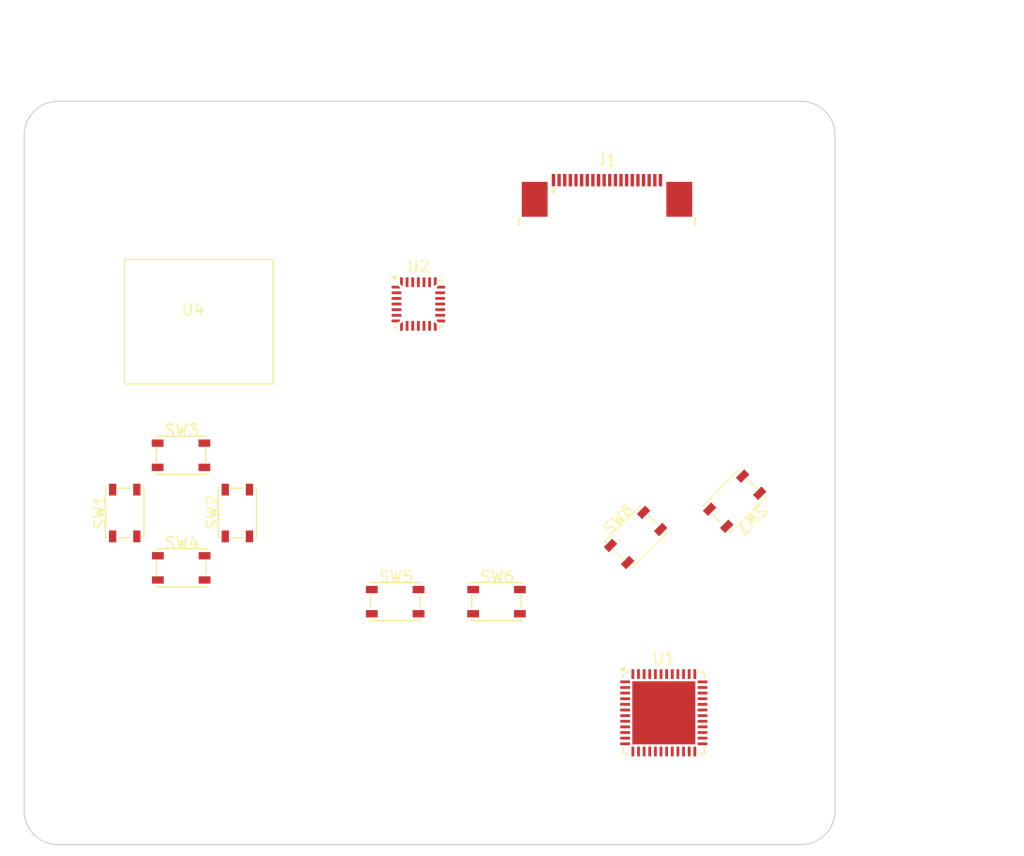
<source format=kicad_pcb>
(kicad_pcb (version 20240108) (generator "pcbnew") (generator_version "8.0")
  (layers (0 "F.Cu" signal) (31 "B.Cu" signal) (34 "B.Paste" user) (35 "F.Paste" user) (36 "B.SilkS" user "B.Silkscreen") (37 "F.SilkS" user "F.Silkscreen") (38 "B.Mask" user) (39 "F.Mask" user) (44 "Edge.Cuts" user))
  (net 0 "")
  (footprint "my_footprint:KEY-SMD_4P-L4.2-W3.4-P2.15-LS4.5-TL" (layer "F.Cu") (at 189.383403 97.7387 45)
    (property "Reference" "SW8" (at 0 -2.286 45) (layer "F.SilkS"))
    (property "Value" "SW_Push")
    (fp_line (start -2.256 -1.772) (end -2.255999 -1.652) (stroke (width 0.12)) (layer "F.SilkS"))
    (fp_line (start -2.255999 -0.642) (end -2.256 0.498) (stroke (width 0.12)) (layer "F.SilkS"))
    (fp_line (start -2.256 1.508) (end -2.256 1.628) (stroke (width 0.12)) (layer "F.SilkS"))
    (fp_line (start -2.256 1.628) (end 2.144 1.628) (stroke (width 0.12)) (layer "F.SilkS"))
    (fp_line (start 2.144 -1.772) (end -2.256 -1.772) (stroke (width 0.12)) (layer "F.SilkS"))
    (fp_line (start 2.144 -1.651999) (end 2.144 -1.772) (stroke (width 0.12)) (layer "F.SilkS"))
    (fp_line (start 2.144 0.498) (end 2.143999 -0.642) (stroke (width 0.12)) (layer "F.SilkS"))
    (fp_line (start 2.144 1.628) (end 2.144 1.508) (stroke (width 0.12)) (layer "F.SilkS"))
    (pad "1" smd rect (at -2.131 -1.147 45) (size 1.05 0.65) (layers "F.Cu" "F.Paste" "F.Mask"))
    (pad "1" smd rect (at 2.019 -1.147 45) (size 1.05 0.65) (layers "F.Cu" "F.Paste" "F.Mask"))
    (pad "2" smd rect (at -2.131 1.003001 45) (size 1.05 0.65) (layers "F.Cu" "F.Paste" "F.Mask"))
    (pad "2" smd rect (at 2.019 1.003001 45) (size 1.05 0.65) (layers "F.Cu" "F.Paste" "F.Mask"))
  )
  (footprint "my_footprint:ns_joystick" (layer "F.Cu") (at 150 78)
    (property "Reference" "U4" (at 0 -0.5 0) (layer "F.SilkS"))
    (property "Value" "~")
    (fp_rect (start -6.096 -4.953) (end 7.112 6.096) (stroke (width 0.12)) (fill none) (layer "F.SilkS"))
  )
  (footprint "MountingHole:MountingHole_2.2mm_M2" (layer "F.Cu") (at 204 62)
    (property "Reference" "H2" (hide yes))
    (property "Value" "MountingHole")
    (pad "" np_thru_hole circle (at 0 0) (size 2.2 2.2) (drill 2.2) (layers "*.Cu" "*.Mask"))
  )
  (footprint "my_footprint:KEY-SMD_4P-L4.2-W3.4-P2.15-LS4.5-TL" (layer "F.Cu") (at 168 103.5)
    (property "Reference" "SW5" (at 0 -2.286 0) (layer "F.SilkS"))
    (property "Value" "SW_Push")
    (fp_line (start -2.256 -1.772) (end -2.256 -1.652) (stroke (width 0.12)) (layer "F.SilkS"))
    (fp_line (start -2.256 -0.642) (end -2.256 0.498) (stroke (width 0.12)) (layer "F.SilkS"))
    (fp_line (start -2.256 1.508) (end -2.256 1.628) (stroke (width 0.12)) (layer "F.SilkS"))
    (fp_line (start -2.256 1.628) (end 2.144 1.628) (stroke (width 0.12)) (layer "F.SilkS"))
    (fp_line (start 2.144 -1.772) (end -2.256 -1.772) (stroke (width 0.12)) (layer "F.SilkS"))
    (fp_line (start 2.144 -1.652) (end 2.144 -1.772) (stroke (width 0.12)) (layer "F.SilkS"))
    (fp_line (start 2.144 0.498) (end 2.144 -0.642) (stroke (width 0.12)) (layer "F.SilkS"))
    (fp_line (start 2.144 1.628) (end 2.144 1.508) (stroke (width 0.12)) (layer "F.SilkS"))
    (pad "1" smd rect (at -2.131 -1.147) (size 1.05 0.65) (layers "F.Cu" "F.Paste" "F.Mask"))
    (pad "1" smd rect (at 2.019 -1.147) (size 1.05 0.65) (layers "F.Cu" "F.Paste" "F.Mask"))
    (pad "2" smd rect (at -2.131 1.003) (size 1.05 0.65) (layers "F.Cu" "F.Paste" "F.Mask"))
    (pad "2" smd rect (at 2.019 1.003) (size 1.05 0.65) (layers "F.Cu" "F.Paste" "F.Mask"))
  )
  (footprint "my_footprint:KEY-SMD_4P-L4.2-W3.4-P2.15-LS4.5-TL" (layer "F.Cu") (at 177 103.5)
    (property "Reference" "SW6" (at 0 -2.286 0) (layer "F.SilkS"))
    (property "Value" "SW_Push")
    (fp_line (start -2.256 -1.772) (end -2.256 -1.652) (stroke (width 0.12)) (layer "F.SilkS"))
    (fp_line (start -2.256 -0.642) (end -2.256 0.498) (stroke (width 0.12)) (layer "F.SilkS"))
    (fp_line (start -2.256 1.508) (end -2.256 1.628) (stroke (width 0.12)) (layer "F.SilkS"))
    (fp_line (start -2.256 1.628) (end 2.144 1.628) (stroke (width 0.12)) (layer "F.SilkS"))
    (fp_line (start 2.144 -1.772) (end -2.256 -1.772) (stroke (width 0.12)) (layer "F.SilkS"))
    (fp_line (start 2.144 -1.652) (end 2.144 -1.772) (stroke (width 0.12)) (layer "F.SilkS"))
    (fp_line (start 2.144 0.498) (end 2.144 -0.642) (stroke (width 0.12)) (layer "F.SilkS"))
    (fp_line (start 2.144 1.628) (end 2.144 1.508) (stroke (width 0.12)) (layer "F.SilkS"))
    (pad "1" smd rect (at -2.131 -1.147) (size 1.05 0.65) (layers "F.Cu" "F.Paste" "F.Mask"))
    (pad "1" smd rect (at 2.019 -1.147) (size 1.05 0.65) (layers "F.Cu" "F.Paste" "F.Mask"))
    (pad "2" smd rect (at -2.131 1.003) (size 1.05 0.65) (layers "F.Cu" "F.Paste" "F.Mask"))
    (pad "2" smd rect (at 2.019 1.003) (size 1.05 0.65) (layers "F.Cu" "F.Paste" "F.Mask"))
  )
  (footprint "MountingHole:MountingHole_2.2mm_M2" (layer "F.Cu") (at 138 122)
    (property "Reference" "H3" (hide yes))
    (property "Value" "MountingHole")
    (pad "" np_thru_hole circle (at 0 0) (size 2.2 2.2) (drill 2.2) (layers "*.Cu" "*.Mask"))
  )
  (footprint "my_footprint:KEY-SMD_4P-L4.2-W3.4-P2.15-LS4.5-TL" (layer "F.Cu") (at 148.981 90.5)
    (property "Reference" "SW3" (at 0 -2.286 0) (layer "F.SilkS"))
    (property "Value" "SW_Push")
    (fp_line (start -2.256 -1.772) (end -2.256 -1.652) (stroke (width 0.12)) (layer "F.SilkS"))
    (fp_line (start -2.256 -0.642) (end -2.256 0.498) (stroke (width 0.12)) (layer "F.SilkS"))
    (fp_line (start -2.256 1.508) (end -2.256 1.628) (stroke (width 0.12)) (layer "F.SilkS"))
    (fp_line (start -2.256 1.628) (end 2.144 1.628) (stroke (width 0.12)) (layer "F.SilkS"))
    (fp_line (start 2.144 -1.772) (end -2.256 -1.772) (stroke (width 0.12)) (layer "F.SilkS"))
    (fp_line (start 2.144 -1.652) (end 2.144 -1.772) (stroke (width 0.12)) (layer "F.SilkS"))
    (fp_line (start 2.144 0.498) (end 2.144 -0.642) (stroke (width 0.12)) (layer "F.SilkS"))
    (fp_line (start 2.144 1.628) (end 2.144 1.508) (stroke (width 0.12)) (layer "F.SilkS"))
    (pad "1" smd rect (at -2.131 -1.147) (size 1.05 0.65) (layers "F.Cu" "F.Paste" "F.Mask"))
    (pad "1" smd rect (at 2.019 -1.147) (size 1.05 0.65) (layers "F.Cu" "F.Paste" "F.Mask"))
    (pad "2" smd rect (at -2.131 1.003) (size 1.05 0.65) (layers "F.Cu" "F.Paste" "F.Mask"))
    (pad "2" smd rect (at 2.019 1.003) (size 1.05 0.65) (layers "F.Cu" "F.Paste" "F.Mask"))
  )
  (footprint "Package_DFN_QFN:QFN-48-1EP_7x7mm_P0.5mm_EP5.6x5.6mm" (layer "F.Cu") (at 191.8 113.3)
    (property "Reference" "U1" (at 0 -4.83 0) (layer "F.SilkS"))
    (property "Value" "STM32G431CBUx")
    (fp_line (start -3.61 -3.135) (end -3.61 -3.37) (stroke (width 0.12)) (layer "F.SilkS"))
    (fp_line (start -3.61 3.61) (end -3.61 3.135) (stroke (width 0.12)) (layer "F.SilkS"))
    (fp_line (start -3.135 -3.61) (end -3.31 -3.61) (stroke (width 0.12)) (layer "F.SilkS"))
    (fp_line (start -3.135 3.61) (end -3.61 3.61) (stroke (width 0.12)) (layer "F.SilkS"))
    (fp_line (start 3.135 -3.61) (end 3.61 -3.61) (stroke (width 0.12)) (layer "F.SilkS"))
    (fp_line (start 3.135 3.61) (end 3.61 3.61) (stroke (width 0.12)) (layer "F.SilkS"))
    (fp_line (start 3.61 -3.61) (end 3.61 -3.135) (stroke (width 0.12)) (layer "F.SilkS"))
    (fp_line (start 3.61 3.61) (end 3.61 3.135) (stroke (width 0.12)) (layer "F.SilkS"))
    (fp_poly (pts (xy -3.61 -3.61) (xy -3.85 -3.94) (xy -3.37 -3.94) (xy -3.61 -3.61)) (stroke (width 0.12)) (fill solid) (layer "F.SilkS"))
    (pad "1" smd roundrect (at -3.4375 -2.75) (size 0.875 0.25) (layers "F.Cu" "F.Paste" "F.Mask"))
    (pad "2" smd roundrect (at -3.4375 -2.25) (size 0.875 0.25) (layers "F.Cu" "F.Paste" "F.Mask"))
    (pad "3" smd roundrect (at -3.4375 -1.75) (size 0.875 0.25) (layers "F.Cu" "F.Paste" "F.Mask"))
    (pad "4" smd roundrect (at -3.4375 -1.25) (size 0.875 0.25) (layers "F.Cu" "F.Paste" "F.Mask"))
    (pad "5" smd roundrect (at -3.4375 -0.75) (size 0.875 0.25) (layers "F.Cu" "F.Paste" "F.Mask"))
    (pad "6" smd roundrect (at -3.4375 -0.25) (size 0.875 0.25) (layers "F.Cu" "F.Paste" "F.Mask"))
    (pad "7" smd roundrect (at -3.4375 0.25) (size 0.875 0.25) (layers "F.Cu" "F.Paste" "F.Mask"))
    (pad "8" smd roundrect (at -3.4375 0.75) (size 0.875 0.25) (layers "F.Cu" "F.Paste" "F.Mask"))
    (pad "9" smd roundrect (at -3.4375 1.25) (size 0.875 0.25) (layers "F.Cu" "F.Paste" "F.Mask"))
    (pad "10" smd roundrect (at -3.4375 1.75) (size 0.875 0.25) (layers "F.Cu" "F.Paste" "F.Mask"))
    (pad "11" smd roundrect (at -3.4375 2.25) (size 0.875 0.25) (layers "F.Cu" "F.Paste" "F.Mask"))
    (pad "12" smd roundrect (at -3.4375 2.75) (size 0.875 0.25) (layers "F.Cu" "F.Paste" "F.Mask"))
    (pad "13" smd roundrect (at -2.75 3.4375) (size 0.25 0.875) (layers "F.Cu" "F.Paste" "F.Mask"))
    (pad "14" smd roundrect (at -2.25 3.4375) (size 0.25 0.875) (layers "F.Cu" "F.Paste" "F.Mask"))
    (pad "15" smd roundrect (at -1.75 3.4375) (size 0.25 0.875) (layers "F.Cu" "F.Paste" "F.Mask"))
    (pad "16" smd roundrect (at -1.25 3.4375) (size 0.25 0.875) (layers "F.Cu" "F.Paste" "F.Mask"))
    (pad "17" smd roundrect (at -0.75 3.4375) (size 0.25 0.875) (layers "F.Cu" "F.Paste" "F.Mask"))
    (pad "18" smd roundrect (at -0.25 3.4375) (size 0.25 0.875) (layers "F.Cu" "F.Paste" "F.Mask"))
    (pad "19" smd roundrect (at 0.25 3.4375) (size 0.25 0.875) (layers "F.Cu" "F.Paste" "F.Mask"))
    (pad "20" smd roundrect (at 0.75 3.4375) (size 0.25 0.875) (layers "F.Cu" "F.Paste" "F.Mask"))
    (pad "21" smd roundrect (at 1.25 3.4375) (size 0.25 0.875) (layers "F.Cu" "F.Paste" "F.Mask"))
    (pad "22" smd roundrect (at 1.75 3.4375) (size 0.25 0.875) (layers "F.Cu" "F.Paste" "F.Mask"))
    (pad "23" smd roundrect (at 2.25 3.4375) (size 0.25 0.875) (layers "F.Cu" "F.Paste" "F.Mask"))
    (pad "24" smd roundrect (at 2.75 3.4375) (size 0.25 0.875) (layers "F.Cu" "F.Paste" "F.Mask"))
    (pad "25" smd roundrect (at 3.4375 2.75) (size 0.875 0.25) (layers "F.Cu" "F.Paste" "F.Mask"))
    (pad "26" smd roundrect (at 3.4375 2.25) (size 0.875 0.25) (layers "F.Cu" "F.Paste" "F.Mask"))
    (pad "27" smd roundrect (at 3.4375 1.75) (size 0.875 0.25) (layers "F.Cu" "F.Paste" "F.Mask"))
    (pad "28" smd roundrect (at 3.4375 1.25) (size 0.875 0.25) (layers "F.Cu" "F.Paste" "F.Mask"))
    (pad "29" smd roundrect (at 3.4375 0.75) (size 0.875 0.25) (layers "F.Cu" "F.Paste" "F.Mask"))
    (pad "30" smd roundrect (at 3.4375 0.25) (size 0.875 0.25) (layers "F.Cu" "F.Paste" "F.Mask"))
    (pad "31" smd roundrect (at 3.4375 -0.25) (size 0.875 0.25) (layers "F.Cu" "F.Paste" "F.Mask"))
    (pad "32" smd roundrect (at 3.4375 -0.75) (size 0.875 0.25) (layers "F.Cu" "F.Paste" "F.Mask"))
    (pad "33" smd roundrect (at 3.4375 -1.25) (size 0.875 0.25) (layers "F.Cu" "F.Paste" "F.Mask"))
    (pad "34" smd roundrect (at 3.4375 -1.75) (size 0.875 0.25) (layers "F.Cu" "F.Paste" "F.Mask"))
    (pad "35" smd roundrect (at 3.4375 -2.25) (size 0.875 0.25) (layers "F.Cu" "F.Paste" "F.Mask"))
    (pad "36" smd roundrect (at 3.4375 -2.75) (size 0.875 0.25) (layers "F.Cu" "F.Paste" "F.Mask"))
    (pad "37" smd roundrect (at 2.75 -3.4375) (size 0.25 0.875) (layers "F.Cu" "F.Paste" "F.Mask"))
    (pad "38" smd roundrect (at 2.25 -3.4375) (size 0.25 0.875) (layers "F.Cu" "F.Paste" "F.Mask"))
    (pad "39" smd roundrect (at 1.75 -3.4375) (size 0.25 0.875) (layers "F.Cu" "F.Paste" "F.Mask"))
    (pad "40" smd roundrect (at 1.25 -3.4375) (size 0.25 0.875) (layers "F.Cu" "F.Paste" "F.Mask"))
    (pad "41" smd roundrect (at 0.75 -3.4375) (size 0.25 0.875) (layers "F.Cu" "F.Paste" "F.Mask"))
    (pad "42" smd roundrect (at 0.25 -3.4375) (size 0.25 0.875) (layers "F.Cu" "F.Paste" "F.Mask"))
    (pad "43" smd roundrect (at -0.25 -3.4375) (size 0.25 0.875) (layers "F.Cu" "F.Paste" "F.Mask"))
    (pad "44" smd roundrect (at -0.75 -3.4375) (size 0.25 0.875) (layers "F.Cu" "F.Paste" "F.Mask"))
    (pad "45" smd roundrect (at -1.25 -3.4375) (size 0.25 0.875) (layers "F.Cu" "F.Paste" "F.Mask"))
    (pad "46" smd roundrect (at -1.75 -3.4375) (size 0.25 0.875) (layers "F.Cu" "F.Paste" "F.Mask"))
    (pad "47" smd roundrect (at -2.25 -3.4375) (size 0.25 0.875) (layers "F.Cu" "F.Paste" "F.Mask"))
    (pad "48" smd roundrect (at -2.75 -3.4375) (size 0.25 0.875) (layers "F.Cu" "F.Paste" "F.Mask"))
    (pad "49" smd rect (at 0 0) (size 5.6 5.6) (property pad_prop_heatsink) (layers "F.Cu" "F.Mask"))
  )
  (footprint "Package_DFN_QFN:QFN-28_4x4mm_P0.5mm" (layer "F.Cu") (at 170 77)
    (property "Reference" "U2" (at 0 -3.33 0) (layer "F.SilkS"))
    (property "Value" "STM32G031G8Ux")
    (fp_line (start -2.11 2.11) (end -2.11 1.885) (stroke (width 0.12)) (layer "F.SilkS"))
    (fp_line (start -1.885 2.11) (end -2.11 2.11) (stroke (width 0.12)) (layer "F.SilkS"))
    (fp_line (start 1.885 -2.11) (end 2.11 -2.11) (stroke (width 0.12)) (layer "F.SilkS"))
    (fp_line (start 1.885 2.11) (end 2.11 2.11) (stroke (width 0.12)) (layer "F.SilkS"))
    (fp_line (start 2.11 -2.11) (end 2.11 -1.885) (stroke (width 0.12)) (layer "F.SilkS"))
    (fp_line (start 2.11 2.11) (end 2.11 1.885) (stroke (width 0.12)) (layer "F.SilkS"))
    (fp_poly (pts (xy -2.13 -2.11) (xy -2.37 -2.44) (xy -1.89 -2.44) (xy -2.13 -2.11)) (stroke (width 0.12)) (fill solid) (layer "F.SilkS"))
    (pad "1" smd custom (at -1.9975 -1.5) (size 0.136863 0.136863) (layers "F.Cu" "F.Paste" "F.Mask") (options (clearance outline) (anchor circle)) (primitives (gr_poly (pts (xy -0.3325 -0.08) (xy 0.19886 -0.08) (xy 0.3325 0.05364) (xy 0.3325 0.08) (xy -0.3325 0.08)) (width 0.09) (fill yes))))
    (pad "2" smd roundrect (at -1.9375 -1) (size 0.875 0.25) (layers "F.Cu" "F.Paste" "F.Mask"))
    (pad "3" smd roundrect (at -1.9375 -0.5) (size 0.875 0.25) (layers "F.Cu" "F.Paste" "F.Mask"))
    (pad "4" smd roundrect (at -1.9375 0) (size 0.875 0.25) (layers "F.Cu" "F.Paste" "F.Mask"))
    (pad "5" smd roundrect (at -1.9375 0.5) (size 0.875 0.25) (layers "F.Cu" "F.Paste" "F.Mask"))
    (pad "6" smd roundrect (at -1.9375 1) (size 0.875 0.25) (layers "F.Cu" "F.Paste" "F.Mask"))
    (pad "7" smd custom (at -1.9975 1.5) (size 0.136863 0.136863) (layers "F.Cu" "F.Paste" "F.Mask") (options (clearance outline) (anchor circle)) (primitives (gr_poly (pts (xy -0.3325 -0.08) (xy 0.3325 -0.08) (xy 0.3325 -0.05364) (xy 0.19886 0.08) (xy -0.3325 0.08)) (width 0.09) (fill yes))))
    (pad "8" smd custom (at -1.5 1.9975) (size 0.136863 0.136863) (layers "F.Cu" "F.Paste" "F.Mask") (options (clearance outline) (anchor circle)) (primitives (gr_poly (pts (xy -0.08 -0.19886) (xy 0.05364 -0.3325) (xy 0.08 -0.3325) (xy 0.08 0.3325) (xy -0.08 0.3325)) (width 0.09) (fill yes))))
    (pad "9" smd roundrect (at -1 1.9375) (size 0.25 0.875) (layers "F.Cu" "F.Paste" "F.Mask"))
    (pad "10" smd roundrect (at -0.5 1.9375) (size 0.25 0.875) (layers "F.Cu" "F.Paste" "F.Mask"))
    (pad "11" smd roundrect (at 0 1.9375) (size 0.25 0.875) (layers "F.Cu" "F.Paste" "F.Mask"))
    (pad "12" smd roundrect (at 0.5 1.9375) (size 0.25 0.875) (layers "F.Cu" "F.Paste" "F.Mask"))
    (pad "13" smd roundrect (at 1 1.9375) (size 0.25 0.875) (layers "F.Cu" "F.Paste" "F.Mask"))
    (pad "14" smd custom (at 1.5 1.9975) (size 0.136863 0.136863) (layers "F.Cu" "F.Paste" "F.Mask") (options (clearance outline) (anchor circle)) (primitives (gr_poly (pts (xy -0.08 -0.3325) (xy -0.05364 -0.3325) (xy 0.08 -0.19886) (xy 0.08 0.3325) (xy -0.08 0.3325)) (width 0.09) (fill yes))))
    (pad "15" smd custom (at 1.9975 1.5) (size 0.136863 0.136863) (layers "F.Cu" "F.Paste" "F.Mask") (options (clearance outline) (anchor circle)) (primitives (gr_poly (pts (xy -0.3325 -0.08) (xy 0.3325 -0.08) (xy 0.3325 0.08) (xy -0.19886 0.08) (xy -0.3325 -0.05364)) (width 0.09) (fill yes))))
    (pad "16" smd roundrect (at 1.9375 1) (size 0.875 0.25) (layers "F.Cu" "F.Paste" "F.Mask"))
    (pad "17" smd roundrect (at 1.9375 0.5) (size 0.875 0.25) (layers "F.Cu" "F.Paste" "F.Mask"))
    (pad "18" smd roundrect (at 1.9375 0) (size 0.875 0.25) (layers "F.Cu" "F.Paste" "F.Mask"))
    (pad "19" smd roundrect (at 1.9375 -0.5) (size 0.875 0.25) (layers "F.Cu" "F.Paste" "F.Mask"))
    (pad "20" smd roundrect (at 1.9375 -1) (size 0.875 0.25) (layers "F.Cu" "F.Paste" "F.Mask"))
    (pad "21" smd custom (at 1.9975 -1.5) (size 0.136863 0.136863) (layers "F.Cu" "F.Paste" "F.Mask") (options (clearance outline) (anchor circle)) (primitives (gr_poly (pts (xy -0.3325 0.05364) (xy -0.19886 -0.08) (xy 0.3325 -0.08) (xy 0.3325 0.08) (xy -0.3325 0.08)) (width 0.09) (fill yes))))
    (pad "22" smd custom (at 1.5 -1.9975) (size 0.136863 0.136863) (layers "F.Cu" "F.Paste" "F.Mask") (options (clearance outline) (anchor circle)) (primitives (gr_poly (pts (xy -0.08 -0.3325) (xy 0.08 -0.3325) (xy 0.08 0.19886) (xy -0.05364 0.3325) (xy -0.08 0.3325)) (width 0.09) (fill yes))))
    (pad "23" smd roundrect (at 1 -1.9375) (size 0.25 0.875) (layers "F.Cu" "F.Paste" "F.Mask"))
    (pad "24" smd roundrect (at 0.5 -1.9375) (size 0.25 0.875) (layers "F.Cu" "F.Paste" "F.Mask"))
    (pad "25" smd roundrect (at 0 -1.9375) (size 0.25 0.875) (layers "F.Cu" "F.Paste" "F.Mask"))
    (pad "26" smd roundrect (at -0.5 -1.9375) (size 0.25 0.875) (layers "F.Cu" "F.Paste" "F.Mask"))
    (pad "27" smd roundrect (at -1 -1.9375) (size 0.25 0.875) (layers "F.Cu" "F.Paste" "F.Mask"))
    (pad "28" smd custom (at -1.5 -1.9975) (size 0.136863 0.136863) (layers "F.Cu" "F.Paste" "F.Mask") (options (clearance outline) (anchor circle)) (primitives (gr_poly (pts (xy -0.08 -0.3325) (xy 0.08 -0.3325) (xy 0.08 0.3325) (xy 0.05364 0.3325) (xy -0.08 0.19886)) (width 0.09) (fill yes))))
  )
  (footprint "my_footprint:KEY-SMD_4P-L4.2-W3.4-P2.15-LS4.5-TL" (layer "F.Cu") (at 154 95.5 90)
    (property "Reference" "SW2" (at 0 -2.286 90) (layer "F.SilkS"))
    (property "Value" "SW_Push")
    (fp_line (start 2.144 -1.772) (end -2.256 -1.772) (stroke (width 0.12)) (layer "F.SilkS"))
    (fp_line (start -2.256 -1.772) (end -2.256 -1.652) (stroke (width 0.12)) (layer "F.SilkS"))
    (fp_line (start 2.144 -1.652) (end 2.144 -1.772) (stroke (width 0.12)) (layer "F.SilkS"))
    (fp_line (start -2.256 -0.642) (end -2.256 0.498) (stroke (width 0.12)) (layer "F.SilkS"))
    (fp_line (start 2.144 0.498) (end 2.144 -0.642) (stroke (width 0.12)) (layer "F.SilkS"))
    (fp_line (start -2.256 1.508) (end -2.256 1.628) (stroke (width 0.12)) (layer "F.SilkS"))
    (fp_line (start 2.144 1.628) (end 2.144 1.508) (stroke (width 0.12)) (layer "F.SilkS"))
    (fp_line (start -2.256 1.628) (end 2.144 1.628) (stroke (width 0.12)) (layer "F.SilkS"))
    (pad "1" smd rect (at -2.131 -1.147 90) (size 1.05 0.65) (layers "F.Cu" "F.Paste" "F.Mask"))
    (pad "1" smd rect (at 2.019 -1.147 90) (size 1.05 0.65) (layers "F.Cu" "F.Paste" "F.Mask"))
    (pad "2" smd rect (at -2.131 1.003 90) (size 1.05 0.65) (layers "F.Cu" "F.Paste" "F.Mask"))
    (pad "2" smd rect (at 2.019 1.003 90) (size 1.05 0.65) (layers "F.Cu" "F.Paste" "F.Mask"))
  )
  (footprint "MountingHole:MountingHole_2.2mm_M2" (layer "F.Cu") (at 138 62)
    (property "Reference" "H1" (hide yes))
    (property "Value" "MountingHole")
    (pad "" np_thru_hole circle (at 0 0) (size 2.2 2.2) (drill 2.2) (layers "*.Cu" "*.Mask"))
  )
  (footprint "Connector_FFC-FPC:TE_2-1734839-0_1x20-1MP_P0.5mm_Horizontal" (layer "F.Cu") (at 186.75 67.35)
    (property "Reference" "J1" (at 0 -3.1 0) (layer "F.SilkS"))
    (property "Value" "Conn_01x20_MountingPin")
    (fp_line (start -7.825 2.04) (end -7.825 2.64) (stroke (width 0.12)) (layer "F.SilkS"))
    (fp_line (start -7.715 2.04) (end -7.825 2.04) (stroke (width 0.12)) (layer "F.SilkS"))
    (fp_line (start -4.95 -0.55) (end -4.75 -0.15) (stroke (width 0.12)) (layer "F.SilkS"))
    (fp_line (start -4.75 -0.15) (end -4.55 -0.55) (stroke (width 0.12)) (layer "F.SilkS"))
    (fp_line (start -4.55 -0.55) (end -4.95 -0.55) (stroke (width 0.12)) (layer "F.SilkS"))
    (fp_line (start 7.715 2.04) (end 7.825 2.04) (stroke (width 0.12)) (layer "F.SilkS"))
    (fp_line (start 7.825 2.04) (end 7.825 2.64) (stroke (width 0.12)) (layer "F.SilkS"))
    (pad "1" smd rect (at -4.75 -1.35) (size 0.3 1.1) (layers "F.Cu" "F.Paste" "F.Mask"))
    (pad "2" smd rect (at -4.25 -1.35) (size 0.3 1.1) (layers "F.Cu" "F.Paste" "F.Mask"))
    (pad "3" smd rect (at -3.75 -1.35) (size 0.3 1.1) (layers "F.Cu" "F.Paste" "F.Mask"))
    (pad "4" smd rect (at -3.25 -1.35) (size 0.3 1.1) (layers "F.Cu" "F.Paste" "F.Mask"))
    (pad "5" smd rect (at -2.75 -1.35) (size 0.3 1.1) (layers "F.Cu" "F.Paste" "F.Mask"))
    (pad "6" smd rect (at -2.25 -1.35) (size 0.3 1.1) (layers "F.Cu" "F.Paste" "F.Mask"))
    (pad "7" smd rect (at -1.75 -1.35) (size 0.3 1.1) (layers "F.Cu" "F.Paste" "F.Mask"))
    (pad "8" smd rect (at -1.25 -1.35) (size 0.3 1.1) (layers "F.Cu" "F.Paste" "F.Mask"))
    (pad "9" smd rect (at -0.75 -1.35) (size 0.3 1.1) (layers "F.Cu" "F.Paste" "F.Mask"))
    (pad "10" smd rect (at -0.25 -1.35) (size 0.3 1.1) (layers "F.Cu" "F.Paste" "F.Mask"))
    (pad "11" smd rect (at 0.25 -1.35) (size 0.3 1.1) (layers "F.Cu" "F.Paste" "F.Mask"))
    (pad "12" smd rect (at 0.75 -1.35) (size 0.3 1.1) (layers "F.Cu" "F.Paste" "F.Mask"))
    (pad "13" smd rect (at 1.25 -1.35) (size 0.3 1.1) (layers "F.Cu" "F.Paste" "F.Mask"))
    (pad "14" smd rect (at 1.75 -1.35) (size 0.3 1.1) (layers "F.Cu" "F.Paste" "F.Mask"))
    (pad "15" smd rect (at 2.25 -1.35) (size 0.3 1.1) (layers "F.Cu" "F.Paste" "F.Mask"))
    (pad "16" smd rect (at 2.75 -1.35) (size 0.3 1.1) (layers "F.Cu" "F.Paste" "F.Mask"))
    (pad "17" smd rect (at 3.25 -1.35) (size 0.3 1.1) (layers "F.Cu" "F.Paste" "F.Mask"))
    (pad "18" smd rect (at 3.75 -1.35) (size 0.3 1.1) (layers "F.Cu" "F.Paste" "F.Mask"))
    (pad "19" smd rect (at 4.25 -1.35) (size 0.3 1.1) (layers "F.Cu" "F.Paste" "F.Mask"))
    (pad "20" smd rect (at 4.75 -1.35) (size 0.3 1.1) (layers "F.Cu" "F.Paste" "F.Mask"))
    (pad "MP" smd rect (at -6.42 0.35) (size 2.3 3.1) (layers "F.Cu" "F.Paste" "F.Mask"))
    (pad "MP" smd rect (at 6.42 0.35) (size 2.3 3.1) (layers "F.Cu" "F.Paste" "F.Mask"))
  )
  (footprint "MountingHole:MountingHole_2.2mm_M2" (layer "F.Cu") (at 204 122)
    (property "Reference" "H4" (hide yes))
    (property "Value" "MountingHole")
    (pad "" np_thru_hole circle (at 0 0) (size 2.2 2.2) (drill 2.2) (layers "*.Cu" "*.Mask"))
  )
  (footprint "my_footprint:KEY-SMD_4P-L4.2-W3.4-P2.15-LS4.5-TL" (layer "F.Cu") (at 149 100.5)
    (property "Reference" "SW4" (at 0 -2.286 0) (layer "F.SilkS"))
    (property "Value" "SW_Push")
    (fp_line (start -2.256 -1.772) (end -2.256 -1.652) (stroke (width 0.12)) (layer "F.SilkS"))
    (fp_line (start -2.256 -0.642) (end -2.256 0.498) (stroke (width 0.12)) (layer "F.SilkS"))
    (fp_line (start -2.256 1.508) (end -2.256 1.628) (stroke (width 0.12)) (layer "F.SilkS"))
    (fp_line (start -2.256 1.628) (end 2.144 1.628) (stroke (width 0.12)) (layer "F.SilkS"))
    (fp_line (start 2.144 -1.772) (end -2.256 -1.772) (stroke (width 0.12)) (layer "F.SilkS"))
    (fp_line (start 2.144 -1.652) (end 2.144 -1.772) (stroke (width 0.12)) (layer "F.SilkS"))
    (fp_line (start 2.144 0.498) (end 2.144 -0.642) (stroke (width 0.12)) (layer "F.SilkS"))
    (fp_line (start 2.144 1.628) (end 2.144 1.508) (stroke (width 0.12)) (layer "F.SilkS"))
    (pad "1" smd rect (at -2.131 -1.147) (size 1.05 0.65) (layers "F.Cu" "F.Paste" "F.Mask"))
    (pad "1" smd rect (at 2.019 -1.147) (size 1.05 0.65) (layers "F.Cu" "F.Paste" "F.Mask"))
    (pad "2" smd rect (at -2.131 1.003) (size 1.05 0.65) (layers "F.Cu" "F.Paste" "F.Mask"))
    (pad "2" smd rect (at 2.019 1.003) (size 1.05 0.65) (layers "F.Cu" "F.Paste" "F.Mask"))
  )
  (footprint "my_footprint:KEY-SMD_4P-L4.2-W3.4-P2.15-LS4.5-TL" (layer "F.Cu") (at 144 95.5 90)
    (property "Reference" "SW1" (at 0 -2.286 90) (layer "F.SilkS"))
    (property "Value" "SW_Push")
    (fp_line (start 2.144 -1.772) (end -2.256 -1.772) (stroke (width 0.12)) (layer "F.SilkS"))
    (fp_line (start -2.256 -1.772) (end -2.256 -1.652) (stroke (width 0.12)) (layer "F.SilkS"))
    (fp_line (start 2.144 -1.652) (end 2.144 -1.772) (stroke (width 0.12)) (layer "F.SilkS"))
    (fp_line (start -2.256 -0.642) (end -2.256 0.498) (stroke (width 0.12)) (layer "F.SilkS"))
    (fp_line (start 2.144 0.498) (end 2.144 -0.642) (stroke (width 0.12)) (layer "F.SilkS"))
    (fp_line (start -2.256 1.508) (end -2.256 1.628) (stroke (width 0.12)) (layer "F.SilkS"))
    (fp_line (start 2.144 1.628) (end 2.144 1.508) (stroke (width 0.12)) (layer "F.SilkS"))
    (fp_line (start -2.256 1.628) (end 2.144 1.628) (stroke (width 0.12)) (layer "F.SilkS"))
    (pad "1" smd rect (at -2.131 -1.147 90) (size 1.05 0.65) (layers "F.Cu" "F.Paste" "F.Mask"))
    (pad "1" smd rect (at 2.019 -1.147 90) (size 1.05 0.65) (layers "F.Cu" "F.Paste" "F.Mask"))
    (pad "2" smd rect (at -2.131 1.003 90) (size 1.05 0.65) (layers "F.Cu" "F.Paste" "F.Mask"))
    (pad "2" smd rect (at 2.019 1.003 90) (size 1.05 0.65) (layers "F.Cu" "F.Paste" "F.Mask"))
  )
  (footprint "my_footprint:KEY-SMD_4P-L4.2-W3.4-P2.15-LS4.5-TL" (layer "F.Cu") (at 198 94.5 -135)
    (property "Reference" "SW7" (at 0 -2.286 -135) (layer "F.SilkS"))
    (property "Value" "SW_Push")
    (fp_line (start 2.144 1.628) (end 2.144 1.508) (stroke (width 0.12)) (layer "F.SilkS"))
    (fp_line (start 2.144 0.498) (end 2.143999 -0.642) (stroke (width 0.12)) (layer "F.SilkS"))
    (fp_line (start 2.144 -1.651999) (end 2.144 -1.772) (stroke (width 0.12)) (layer "F.SilkS"))
    (fp_line (start 2.144 -1.772) (end -2.256 -1.772) (stroke (width 0.12)) (layer "F.SilkS"))
    (fp_line (start -2.256 1.628) (end 2.144 1.628) (stroke (width 0.12)) (layer "F.SilkS"))
    (fp_line (start -2.256 1.508) (end -2.256 1.628) (stroke (width 0.12)) (layer "F.SilkS"))
    (fp_line (start -2.255999 -0.642) (end -2.256 0.498) (stroke (width 0.12)) (layer "F.SilkS"))
    (fp_line (start -2.256 -1.772) (end -2.255999 -1.652) (stroke (width 0.12)) (layer "F.SilkS"))
    (pad "1" smd rect (at -2.131 -1.147 225) (size 1.05 0.65) (layers "F.Cu" "F.Paste" "F.Mask"))
    (pad "1" smd rect (at 2.019 -1.147 225) (size 1.05 0.65) (layers "F.Cu" "F.Paste" "F.Mask"))
    (pad "2" smd rect (at -2.131 1.003001 225) (size 1.05 0.65) (layers "F.Cu" "F.Paste" "F.Mask"))
    (pad "2" smd rect (at 2.019 1.003001 225) (size 1.05 0.65) (layers "F.Cu" "F.Paste" "F.Mask"))
  )
  (gr_arc (start 138 125) (mid 135.87868 124.12132) (end 135 122) (stroke (width 0.1)) (layer "Edge.Cuts"))
  (gr_arc (start 135 62) (mid 135.87868 59.87868) (end 138 59) (stroke (width 0.1)) (layer "Edge.Cuts"))
  (gr_arc (start 204 59) (mid 206.12132 59.87868) (end 207 62) (stroke (width 0.1)) (layer "Edge.Cuts"))
  (gr_line (start 138 59) (end 204 59) (stroke (width 0.1)) (layer "Edge.Cuts"))
  (gr_arc (start 207 122) (mid 206.12132 124.12132) (end 204 125) (stroke (width 0.1)) (layer "Edge.Cuts"))
  (gr_line (start 135 62) (end 135 122) (stroke (width 0.1)) (layer "Edge.Cuts"))
  (gr_line (start 204 125) (end 138 125) (stroke (width 0.1)) (layer "Edge.Cuts"))
  (gr_line (start 207 62) (end 207 122) (stroke (width 0.1)) (layer "Edge.Cuts"))
)
</source>
